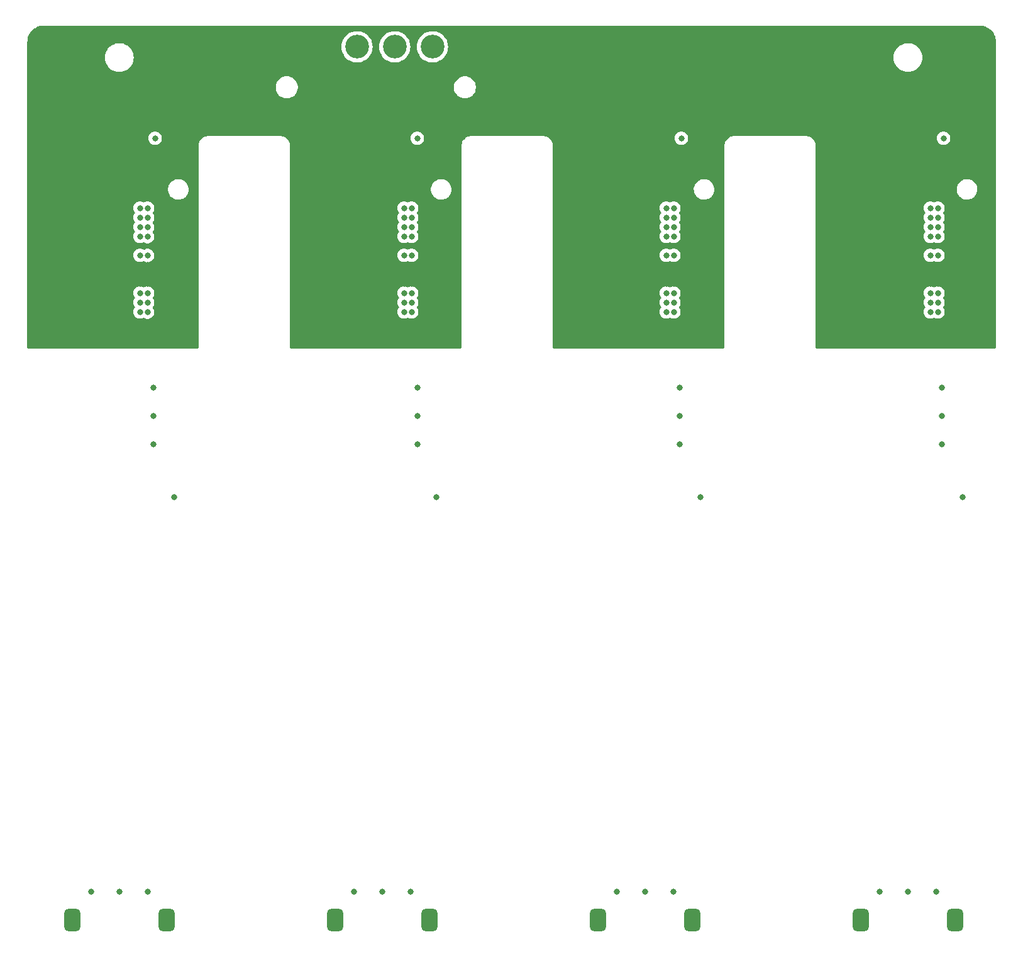
<source format=gbr>
%TF.GenerationSoftware,KiCad,Pcbnew,7.0.9*%
%TF.CreationDate,2024-03-30T19:36:49+01:00*%
%TF.ProjectId,8x-sata-backplane,38782d73-6174-4612-9d62-61636b706c61,rev?*%
%TF.SameCoordinates,Original*%
%TF.FileFunction,Copper,L4,Bot*%
%TF.FilePolarity,Positive*%
%FSLAX46Y46*%
G04 Gerber Fmt 4.6, Leading zero omitted, Abs format (unit mm)*
G04 Created by KiCad (PCBNEW 7.0.9) date 2024-03-30 19:36:49*
%MOMM*%
%LPD*%
G01*
G04 APERTURE LIST*
G04 Aperture macros list*
%AMRoundRect*
0 Rectangle with rounded corners*
0 $1 Rounding radius*
0 $2 $3 $4 $5 $6 $7 $8 $9 X,Y pos of 4 corners*
0 Add a 4 corners polygon primitive as box body*
4,1,4,$2,$3,$4,$5,$6,$7,$8,$9,$2,$3,0*
0 Add four circle primitives for the rounded corners*
1,1,$1+$1,$2,$3*
1,1,$1+$1,$4,$5*
1,1,$1+$1,$6,$7*
1,1,$1+$1,$8,$9*
0 Add four rect primitives between the rounded corners*
20,1,$1+$1,$2,$3,$4,$5,0*
20,1,$1+$1,$4,$5,$6,$7,0*
20,1,$1+$1,$6,$7,$8,$9,0*
20,1,$1+$1,$8,$9,$2,$3,0*%
G04 Aperture macros list end*
%TA.AperFunction,ComponentPad*%
%ADD10C,3.200000*%
%TD*%
%TA.AperFunction,ComponentPad*%
%ADD11RoundRect,0.550000X0.550000X0.950000X-0.550000X0.950000X-0.550000X-0.950000X0.550000X-0.950000X0*%
%TD*%
%TA.AperFunction,ViaPad*%
%ADD12C,0.800000*%
%TD*%
G04 APERTURE END LIST*
D10*
%TO.P,J9,1,12V*%
%TO.N,12V*%
X79502000Y-26554000D03*
%TO.P,J9,2,GND*%
%TO.N,GND*%
X74422000Y-26554000D03*
%TO.P,J9,3,GND*%
X69342000Y-26554000D03*
%TO.P,J9,4,5V*%
%TO.N,5V*%
X64262000Y-26554000D03*
%TD*%
D11*
%TO.P,J6,8,C1*%
%TO.N,GND3*%
X101768000Y-144038000D03*
%TO.P,J6,9,C2*%
X114508000Y-144038000D03*
%TD*%
%TO.P,J4,8,C1*%
%TO.N,GND2*%
X66368000Y-144038000D03*
%TO.P,J4,9,C2*%
X79108000Y-144038000D03*
%TD*%
%TO.P,J8,8,C1*%
%TO.N,GND4*%
X137168000Y-144058000D03*
%TO.P,J8,9,C2*%
X149908000Y-144058000D03*
%TD*%
%TO.P,J2,8,C1*%
%TO.N,GND1*%
X30968000Y-144038000D03*
%TO.P,J2,9,C2*%
X43708000Y-144038000D03*
%TD*%
D12*
%TO.N,5V*%
X38862000Y-36068000D03*
X74168000Y-36068000D03*
X109728000Y-36068000D03*
X145034000Y-36068000D03*
%TO.N,GND*%
X148336000Y-38862000D03*
X113030000Y-38862000D03*
X77470000Y-38862000D03*
X42164000Y-38862000D03*
X40132000Y-54610000D03*
X110998000Y-62230000D03*
X76708000Y-52070000D03*
X75692000Y-52070000D03*
X147574000Y-59690000D03*
X112014000Y-52070000D03*
X40132000Y-60960000D03*
X110998000Y-59690000D03*
X110998000Y-60960000D03*
X76708000Y-60960000D03*
X76708000Y-59690000D03*
X40132000Y-59690000D03*
X146558000Y-52070000D03*
X112014000Y-62230000D03*
X76708000Y-62230000D03*
X75692000Y-59690000D03*
X110998000Y-54610000D03*
X112014000Y-59690000D03*
X147574000Y-52070000D03*
X146558000Y-54610000D03*
X40132000Y-62230000D03*
X41148000Y-60960000D03*
X41148000Y-52096000D03*
X112014000Y-60960000D03*
X147574000Y-60960000D03*
X146558000Y-60960000D03*
X76708000Y-54610000D03*
X146558000Y-62230000D03*
X147574000Y-54610000D03*
X41148000Y-59690000D03*
X75692000Y-62230000D03*
X146558000Y-59690000D03*
X147574000Y-62230000D03*
X75692000Y-54610000D03*
X75692000Y-60960000D03*
X40132000Y-52070000D03*
X110998000Y-52070000D03*
X41148000Y-54636000D03*
X41148000Y-62256000D03*
X112014000Y-54610000D03*
%TO.N,5V*%
X146558000Y-58420000D03*
X110998000Y-57150000D03*
X110998000Y-58420000D03*
X75692000Y-55880000D03*
X41148000Y-58420000D03*
X112014000Y-57150000D03*
X147574000Y-58420000D03*
X76708000Y-58420000D03*
X40132000Y-58420000D03*
X41148000Y-55880000D03*
X147574000Y-57150000D03*
X40132000Y-57150000D03*
X112014000Y-58420000D03*
X76708000Y-55880000D03*
X40132000Y-55880000D03*
X75692000Y-58420000D03*
X146558000Y-57150000D03*
X76708000Y-57150000D03*
X75692000Y-57150000D03*
X146558000Y-55880000D03*
X112014000Y-55880000D03*
X41148000Y-57176000D03*
X147574000Y-55880000D03*
X110998000Y-55880000D03*
%TO.N,12V*%
X147574000Y-48260000D03*
X41148000Y-49530000D03*
X75692000Y-50800000D03*
X147574000Y-50800000D03*
X112014000Y-49530000D03*
X110998000Y-50800000D03*
X40132000Y-49530000D03*
X147574000Y-49530000D03*
X110998000Y-48260000D03*
X110998000Y-49530000D03*
X75692000Y-48260000D03*
X41148000Y-50826000D03*
X76708000Y-48260000D03*
X76708000Y-50800000D03*
X75692000Y-49530000D03*
X146558000Y-50800000D03*
X112014000Y-50800000D03*
X112014000Y-48260000D03*
X40132000Y-48260000D03*
X76708000Y-49530000D03*
X146558000Y-48260000D03*
X146558000Y-49530000D03*
X41148000Y-48260000D03*
X40132000Y-50800000D03*
%TO.N,GND1*%
X37338000Y-140228000D03*
X33528000Y-140228000D03*
X44700500Y-87118500D03*
X41910000Y-72390000D03*
X41910000Y-76200000D03*
X41910000Y-80010000D03*
X41148000Y-140228000D03*
%TO.N,GND2*%
X72738000Y-140228000D03*
X76548000Y-140228000D03*
X77470000Y-72390000D03*
X68928000Y-140228000D03*
X77470000Y-80010000D03*
X80010000Y-87122000D03*
X77470000Y-76200000D03*
%TO.N,GND3*%
X112776000Y-76200000D03*
X104328000Y-140228000D03*
X112776000Y-72390000D03*
X108138000Y-140228000D03*
X111948000Y-140228000D03*
X112776000Y-80010000D03*
X115570000Y-87122000D03*
%TO.N,GND4*%
X148082000Y-80010000D03*
X150876000Y-87122000D03*
X148082000Y-72390000D03*
X143538000Y-140228000D03*
X139728000Y-140228000D03*
X147348000Y-140228000D03*
X148082000Y-76200000D03*
%TD*%
%TA.AperFunction,Conductor*%
%TO.N,5V*%
G36*
X153240788Y-23700613D02*
G01*
X153279656Y-23702964D01*
X153463384Y-23714077D01*
X153470816Y-23714981D01*
X153479307Y-23716537D01*
X153724704Y-23761506D01*
X153731953Y-23763294D01*
X153978382Y-23840084D01*
X153985375Y-23842737D01*
X154220747Y-23948668D01*
X154227374Y-23952145D01*
X154448262Y-24085675D01*
X154454419Y-24089925D01*
X154657593Y-24249101D01*
X154663202Y-24254070D01*
X154845711Y-24436576D01*
X154850680Y-24442185D01*
X155009855Y-24645354D01*
X155014112Y-24651521D01*
X155147638Y-24872396D01*
X155151120Y-24879031D01*
X155257049Y-25114388D01*
X155259706Y-25121395D01*
X155336495Y-25367806D01*
X155338288Y-25375082D01*
X155384816Y-25628957D01*
X155385719Y-25636396D01*
X155401387Y-25895359D01*
X155401500Y-25899104D01*
X155401500Y-67004054D01*
X155381815Y-67071093D01*
X155329011Y-67116848D01*
X155277500Y-67128054D01*
X131224500Y-67128054D01*
X131157461Y-67108369D01*
X131111706Y-67055565D01*
X131100500Y-67004054D01*
X131100500Y-62230000D01*
X145652540Y-62230000D01*
X145672326Y-62418256D01*
X145672327Y-62418259D01*
X145730818Y-62598277D01*
X145730821Y-62598284D01*
X145825467Y-62762216D01*
X145848876Y-62788214D01*
X145952129Y-62902888D01*
X146105265Y-63014148D01*
X146105270Y-63014151D01*
X146278192Y-63091142D01*
X146278197Y-63091144D01*
X146463354Y-63130500D01*
X146463355Y-63130500D01*
X146652644Y-63130500D01*
X146652646Y-63130500D01*
X146837803Y-63091144D01*
X147010730Y-63014151D01*
X147010734Y-63014148D01*
X147015563Y-63011998D01*
X147084813Y-63002712D01*
X147116437Y-63011998D01*
X147121265Y-63014148D01*
X147121270Y-63014151D01*
X147294197Y-63091144D01*
X147479354Y-63130500D01*
X147479355Y-63130500D01*
X147668644Y-63130500D01*
X147668646Y-63130500D01*
X147853803Y-63091144D01*
X148026730Y-63014151D01*
X148179871Y-62902888D01*
X148306533Y-62762216D01*
X148401179Y-62598284D01*
X148459674Y-62418256D01*
X148479460Y-62230000D01*
X148459674Y-62041744D01*
X148401179Y-61861716D01*
X148306533Y-61697784D01*
X148288693Y-61677971D01*
X148258464Y-61614981D01*
X148267089Y-61545646D01*
X148288694Y-61512028D01*
X148306533Y-61492216D01*
X148401179Y-61328284D01*
X148459674Y-61148256D01*
X148479460Y-60960000D01*
X148459674Y-60771744D01*
X148401179Y-60591716D01*
X148306533Y-60427784D01*
X148288693Y-60407971D01*
X148258464Y-60344981D01*
X148267089Y-60275646D01*
X148288694Y-60242028D01*
X148306533Y-60222216D01*
X148401179Y-60058284D01*
X148459674Y-59878256D01*
X148479460Y-59690000D01*
X148459674Y-59501744D01*
X148401179Y-59321716D01*
X148306533Y-59157784D01*
X148179871Y-59017112D01*
X148179870Y-59017111D01*
X148026734Y-58905851D01*
X148026729Y-58905848D01*
X147853807Y-58828857D01*
X147853802Y-58828855D01*
X147708001Y-58797865D01*
X147668646Y-58789500D01*
X147479354Y-58789500D01*
X147446897Y-58796398D01*
X147294197Y-58828855D01*
X147294192Y-58828857D01*
X147116436Y-58908001D01*
X147047186Y-58917286D01*
X147015564Y-58908001D01*
X146837807Y-58828857D01*
X146837802Y-58828855D01*
X146692001Y-58797865D01*
X146652646Y-58789500D01*
X146463354Y-58789500D01*
X146430897Y-58796398D01*
X146278197Y-58828855D01*
X146278192Y-58828857D01*
X146105270Y-58905848D01*
X146105265Y-58905851D01*
X145952129Y-59017111D01*
X145825466Y-59157785D01*
X145730821Y-59321715D01*
X145730818Y-59321722D01*
X145672327Y-59501740D01*
X145672326Y-59501744D01*
X145652540Y-59690000D01*
X145672326Y-59878256D01*
X145672327Y-59878259D01*
X145730818Y-60058277D01*
X145730821Y-60058284D01*
X145825467Y-60222216D01*
X145835806Y-60233699D01*
X145843307Y-60242030D01*
X145873535Y-60305022D01*
X145864909Y-60374357D01*
X145843307Y-60407970D01*
X145825466Y-60427785D01*
X145730821Y-60591715D01*
X145730818Y-60591722D01*
X145672327Y-60771740D01*
X145672326Y-60771744D01*
X145652540Y-60960000D01*
X145672326Y-61148256D01*
X145672327Y-61148259D01*
X145730818Y-61328277D01*
X145730821Y-61328284D01*
X145825467Y-61492216D01*
X145835806Y-61503699D01*
X145843307Y-61512030D01*
X145873535Y-61575022D01*
X145864909Y-61644357D01*
X145843307Y-61677970D01*
X145825466Y-61697785D01*
X145730821Y-61861715D01*
X145730818Y-61861722D01*
X145672327Y-62041740D01*
X145672326Y-62041744D01*
X145652540Y-62230000D01*
X131100500Y-62230000D01*
X131100500Y-54610000D01*
X145652540Y-54610000D01*
X145672326Y-54798256D01*
X145672327Y-54798259D01*
X145730818Y-54978277D01*
X145730821Y-54978284D01*
X145825467Y-55142216D01*
X145848876Y-55168214D01*
X145952129Y-55282888D01*
X146105265Y-55394148D01*
X146105270Y-55394151D01*
X146278192Y-55471142D01*
X146278197Y-55471144D01*
X146463354Y-55510500D01*
X146463355Y-55510500D01*
X146652644Y-55510500D01*
X146652646Y-55510500D01*
X146837803Y-55471144D01*
X147010730Y-55394151D01*
X147010734Y-55394148D01*
X147015563Y-55391998D01*
X147084813Y-55382712D01*
X147116437Y-55391998D01*
X147121265Y-55394148D01*
X147121270Y-55394151D01*
X147294197Y-55471144D01*
X147479354Y-55510500D01*
X147479355Y-55510500D01*
X147668644Y-55510500D01*
X147668646Y-55510500D01*
X147853803Y-55471144D01*
X148026730Y-55394151D01*
X148179871Y-55282888D01*
X148306533Y-55142216D01*
X148401179Y-54978284D01*
X148459674Y-54798256D01*
X148479460Y-54610000D01*
X148459674Y-54421744D01*
X148401179Y-54241716D01*
X148306533Y-54077784D01*
X148179871Y-53937112D01*
X148179870Y-53937111D01*
X148026734Y-53825851D01*
X148026729Y-53825848D01*
X147853807Y-53748857D01*
X147853802Y-53748855D01*
X147708001Y-53717865D01*
X147668646Y-53709500D01*
X147479354Y-53709500D01*
X147446897Y-53716398D01*
X147294197Y-53748855D01*
X147294192Y-53748857D01*
X147116436Y-53828001D01*
X147047186Y-53837286D01*
X147015564Y-53828001D01*
X146837807Y-53748857D01*
X146837802Y-53748855D01*
X146692001Y-53717865D01*
X146652646Y-53709500D01*
X146463354Y-53709500D01*
X146430897Y-53716398D01*
X146278197Y-53748855D01*
X146278192Y-53748857D01*
X146105270Y-53825848D01*
X146105265Y-53825851D01*
X145952129Y-53937111D01*
X145825466Y-54077785D01*
X145730821Y-54241715D01*
X145730818Y-54241722D01*
X145672327Y-54421740D01*
X145672326Y-54421744D01*
X145652540Y-54610000D01*
X131100500Y-54610000D01*
X131100500Y-52070000D01*
X145652540Y-52070000D01*
X145672326Y-52258256D01*
X145672327Y-52258259D01*
X145730818Y-52438277D01*
X145730821Y-52438284D01*
X145825467Y-52602216D01*
X145848876Y-52628214D01*
X145952129Y-52742888D01*
X146105265Y-52854148D01*
X146105270Y-52854151D01*
X146278192Y-52931142D01*
X146278197Y-52931144D01*
X146463354Y-52970500D01*
X146463355Y-52970500D01*
X146652644Y-52970500D01*
X146652646Y-52970500D01*
X146837803Y-52931144D01*
X147010730Y-52854151D01*
X147010734Y-52854148D01*
X147015563Y-52851998D01*
X147084813Y-52842712D01*
X147116437Y-52851998D01*
X147121265Y-52854148D01*
X147121270Y-52854151D01*
X147294197Y-52931144D01*
X147479354Y-52970500D01*
X147479355Y-52970500D01*
X147668644Y-52970500D01*
X147668646Y-52970500D01*
X147853803Y-52931144D01*
X148026730Y-52854151D01*
X148179871Y-52742888D01*
X148306533Y-52602216D01*
X148401179Y-52438284D01*
X148459674Y-52258256D01*
X148479460Y-52070000D01*
X148459674Y-51881744D01*
X148401179Y-51701716D01*
X148306533Y-51537784D01*
X148288693Y-51517971D01*
X148258464Y-51454981D01*
X148267089Y-51385646D01*
X148288694Y-51352028D01*
X148306533Y-51332216D01*
X148401179Y-51168284D01*
X148459674Y-50988256D01*
X148479460Y-50800000D01*
X148459674Y-50611744D01*
X148401179Y-50431716D01*
X148306533Y-50267784D01*
X148288693Y-50247971D01*
X148258464Y-50184981D01*
X148267089Y-50115646D01*
X148288694Y-50082028D01*
X148306533Y-50062216D01*
X148401179Y-49898284D01*
X148459674Y-49718256D01*
X148479460Y-49530000D01*
X148459674Y-49341744D01*
X148401179Y-49161716D01*
X148306533Y-48997784D01*
X148288693Y-48977971D01*
X148258464Y-48914981D01*
X148267089Y-48845646D01*
X148288694Y-48812028D01*
X148306533Y-48792216D01*
X148401179Y-48628284D01*
X148459674Y-48448256D01*
X148479460Y-48260000D01*
X148459674Y-48071744D01*
X148401179Y-47891716D01*
X148306533Y-47727784D01*
X148179871Y-47587112D01*
X148179870Y-47587111D01*
X148026734Y-47475851D01*
X148026729Y-47475848D01*
X147853807Y-47398857D01*
X147853802Y-47398855D01*
X147708001Y-47367865D01*
X147668646Y-47359500D01*
X147479354Y-47359500D01*
X147446897Y-47366398D01*
X147294197Y-47398855D01*
X147294192Y-47398857D01*
X147116436Y-47478001D01*
X147047186Y-47487286D01*
X147015564Y-47478001D01*
X146837807Y-47398857D01*
X146837802Y-47398855D01*
X146692001Y-47367865D01*
X146652646Y-47359500D01*
X146463354Y-47359500D01*
X146430897Y-47366398D01*
X146278197Y-47398855D01*
X146278192Y-47398857D01*
X146105270Y-47475848D01*
X146105265Y-47475851D01*
X145952129Y-47587111D01*
X145825466Y-47727785D01*
X145730821Y-47891715D01*
X145730818Y-47891722D01*
X145672327Y-48071740D01*
X145672326Y-48071744D01*
X145652540Y-48260000D01*
X145672326Y-48448256D01*
X145672327Y-48448259D01*
X145730818Y-48628277D01*
X145730821Y-48628284D01*
X145825467Y-48792216D01*
X145835806Y-48803699D01*
X145843307Y-48812030D01*
X145873535Y-48875022D01*
X145864909Y-48944357D01*
X145843307Y-48977970D01*
X145825466Y-48997785D01*
X145730821Y-49161715D01*
X145730818Y-49161722D01*
X145672327Y-49341740D01*
X145672326Y-49341744D01*
X145652540Y-49530000D01*
X145672326Y-49718256D01*
X145672327Y-49718259D01*
X145730818Y-49898277D01*
X145730821Y-49898284D01*
X145825467Y-50062216D01*
X145835806Y-50073699D01*
X145843307Y-50082030D01*
X145873535Y-50145022D01*
X145864909Y-50214357D01*
X145843307Y-50247970D01*
X145825466Y-50267785D01*
X145730821Y-50431715D01*
X145730818Y-50431722D01*
X145672327Y-50611740D01*
X145672326Y-50611744D01*
X145652540Y-50800000D01*
X145672326Y-50988256D01*
X145672327Y-50988259D01*
X145730818Y-51168277D01*
X145730821Y-51168284D01*
X145825467Y-51332216D01*
X145835806Y-51343699D01*
X145843307Y-51352030D01*
X145873535Y-51415022D01*
X145864909Y-51484357D01*
X145843307Y-51517970D01*
X145825466Y-51537785D01*
X145730821Y-51701715D01*
X145730818Y-51701722D01*
X145672327Y-51881740D01*
X145672326Y-51881744D01*
X145652540Y-52070000D01*
X131100500Y-52070000D01*
X131100500Y-45676198D01*
X150098757Y-45676198D01*
X150108730Y-45910976D01*
X150108730Y-45910982D01*
X150133711Y-46026890D01*
X150158240Y-46140703D01*
X150245859Y-46358753D01*
X150309077Y-46461425D01*
X150369070Y-46558860D01*
X150524325Y-46735264D01*
X150524329Y-46735268D01*
X150707153Y-46882888D01*
X150707157Y-46882891D01*
X150707160Y-46882893D01*
X150912315Y-46997499D01*
X151133887Y-47075785D01*
X151263131Y-47097946D01*
X151365493Y-47115499D01*
X151365502Y-47115500D01*
X151541645Y-47115500D01*
X151717144Y-47100563D01*
X151717147Y-47100562D01*
X151717149Y-47100562D01*
X151944562Y-47041348D01*
X152075386Y-46982211D01*
X152158691Y-46944556D01*
X152158692Y-46944554D01*
X152158697Y-46944553D01*
X152353393Y-46812962D01*
X152523050Y-46650359D01*
X152662786Y-46461423D01*
X152768582Y-46251589D01*
X152837394Y-46026894D01*
X152867243Y-45793802D01*
X152857269Y-45559018D01*
X152807760Y-45329297D01*
X152720141Y-45111247D01*
X152596931Y-44911141D01*
X152441675Y-44734736D01*
X152441674Y-44734735D01*
X152441670Y-44734731D01*
X152258846Y-44587111D01*
X152258840Y-44587107D01*
X152053684Y-44472500D01*
X151832120Y-44394217D01*
X151832115Y-44394215D01*
X151832113Y-44394215D01*
X151832109Y-44394214D01*
X151832108Y-44394214D01*
X151600506Y-44354500D01*
X151600498Y-44354500D01*
X151424360Y-44354500D01*
X151424355Y-44354500D01*
X151248855Y-44369436D01*
X151021438Y-44428651D01*
X150807308Y-44525443D01*
X150807300Y-44525448D01*
X150612616Y-44657030D01*
X150612607Y-44657038D01*
X150442949Y-44819642D01*
X150303216Y-45008574D01*
X150303213Y-45008578D01*
X150197418Y-45218409D01*
X150128605Y-45443109D01*
X150098757Y-45676198D01*
X131100500Y-45676198D01*
X131100500Y-39759648D01*
X131068477Y-39557465D01*
X131005218Y-39362776D01*
X130937709Y-39230284D01*
X130912287Y-39180390D01*
X130899289Y-39162500D01*
X130791971Y-39014786D01*
X130647213Y-38870028D01*
X130636163Y-38862000D01*
X147430540Y-38862000D01*
X147450326Y-39050256D01*
X147450327Y-39050259D01*
X147508818Y-39230277D01*
X147508821Y-39230284D01*
X147603467Y-39394216D01*
X147674746Y-39473379D01*
X147730129Y-39534888D01*
X147883265Y-39646148D01*
X147883270Y-39646151D01*
X148056192Y-39723142D01*
X148056197Y-39723144D01*
X148241354Y-39762500D01*
X148241355Y-39762500D01*
X148430644Y-39762500D01*
X148430646Y-39762500D01*
X148615803Y-39723144D01*
X148788730Y-39646151D01*
X148941871Y-39534888D01*
X149068533Y-39394216D01*
X149163179Y-39230284D01*
X149221674Y-39050256D01*
X149241460Y-38862000D01*
X149221674Y-38673744D01*
X149163179Y-38493716D01*
X149068533Y-38329784D01*
X148941871Y-38189112D01*
X148941870Y-38189111D01*
X148788734Y-38077851D01*
X148788729Y-38077848D01*
X148615807Y-38000857D01*
X148615802Y-38000855D01*
X148470001Y-37969865D01*
X148430646Y-37961500D01*
X148241354Y-37961500D01*
X148208897Y-37968398D01*
X148056197Y-38000855D01*
X148056192Y-38000857D01*
X147883270Y-38077848D01*
X147883265Y-38077851D01*
X147730129Y-38189111D01*
X147603466Y-38329785D01*
X147508821Y-38493715D01*
X147508818Y-38493722D01*
X147450327Y-38673740D01*
X147450326Y-38673744D01*
X147430540Y-38862000D01*
X130636163Y-38862000D01*
X130481613Y-38749715D01*
X130481612Y-38749714D01*
X130481610Y-38749713D01*
X130424653Y-38720691D01*
X130299223Y-38656781D01*
X130104534Y-38593522D01*
X129929995Y-38565878D01*
X129902352Y-38561500D01*
X129856173Y-38561500D01*
X120181595Y-38561500D01*
X120134000Y-38561500D01*
X120031648Y-38561500D01*
X120007329Y-38565351D01*
X119829465Y-38593522D01*
X119634776Y-38656781D01*
X119452386Y-38749715D01*
X119286786Y-38870028D01*
X119142028Y-39014786D01*
X119021715Y-39180386D01*
X118928781Y-39362776D01*
X118865522Y-39557465D01*
X118833500Y-39759648D01*
X118833500Y-67004054D01*
X118813815Y-67071093D01*
X118761011Y-67116848D01*
X118709500Y-67128054D01*
X95824500Y-67128054D01*
X95757461Y-67108369D01*
X95711706Y-67055565D01*
X95700500Y-67004054D01*
X95700500Y-62230000D01*
X110092540Y-62230000D01*
X110112326Y-62418256D01*
X110112327Y-62418259D01*
X110170818Y-62598277D01*
X110170821Y-62598284D01*
X110265467Y-62762216D01*
X110288876Y-62788214D01*
X110392129Y-62902888D01*
X110545265Y-63014148D01*
X110545270Y-63014151D01*
X110718192Y-63091142D01*
X110718197Y-63091144D01*
X110903354Y-63130500D01*
X110903355Y-63130500D01*
X111092644Y-63130500D01*
X111092646Y-63130500D01*
X111277803Y-63091144D01*
X111450730Y-63014151D01*
X111450734Y-63014148D01*
X111455563Y-63011998D01*
X111524813Y-63002712D01*
X111556437Y-63011998D01*
X111561265Y-63014148D01*
X111561270Y-63014151D01*
X111734197Y-63091144D01*
X111919354Y-63130500D01*
X111919355Y-63130500D01*
X112108644Y-63130500D01*
X112108646Y-63130500D01*
X112293803Y-63091144D01*
X112466730Y-63014151D01*
X112619871Y-62902888D01*
X112746533Y-62762216D01*
X112841179Y-62598284D01*
X112899674Y-62418256D01*
X112919460Y-62230000D01*
X112899674Y-62041744D01*
X112841179Y-61861716D01*
X112746533Y-61697784D01*
X112728693Y-61677971D01*
X112698464Y-61614981D01*
X112707089Y-61545646D01*
X112728694Y-61512028D01*
X112746533Y-61492216D01*
X112841179Y-61328284D01*
X112899674Y-61148256D01*
X112919460Y-60960000D01*
X112899674Y-60771744D01*
X112841179Y-60591716D01*
X112746533Y-60427784D01*
X112728693Y-60407971D01*
X112698464Y-60344981D01*
X112707089Y-60275646D01*
X112728694Y-60242028D01*
X112746533Y-60222216D01*
X112841179Y-60058284D01*
X112899674Y-59878256D01*
X112919460Y-59690000D01*
X112899674Y-59501744D01*
X112841179Y-59321716D01*
X112746533Y-59157784D01*
X112619871Y-59017112D01*
X112619870Y-59017111D01*
X112466734Y-58905851D01*
X112466729Y-58905848D01*
X112293807Y-58828857D01*
X112293802Y-58828855D01*
X112148001Y-58797865D01*
X112108646Y-58789500D01*
X111919354Y-58789500D01*
X111886897Y-58796398D01*
X111734197Y-58828855D01*
X111734192Y-58828857D01*
X111556436Y-58908001D01*
X111487186Y-58917286D01*
X111455564Y-58908001D01*
X111277807Y-58828857D01*
X111277802Y-58828855D01*
X111132001Y-58797865D01*
X111092646Y-58789500D01*
X110903354Y-58789500D01*
X110870897Y-58796398D01*
X110718197Y-58828855D01*
X110718192Y-58828857D01*
X110545270Y-58905848D01*
X110545265Y-58905851D01*
X110392129Y-59017111D01*
X110265466Y-59157785D01*
X110170821Y-59321715D01*
X110170818Y-59321722D01*
X110112327Y-59501740D01*
X110112326Y-59501744D01*
X110092540Y-59690000D01*
X110112326Y-59878256D01*
X110112327Y-59878259D01*
X110170818Y-60058277D01*
X110170821Y-60058284D01*
X110265467Y-60222216D01*
X110275806Y-60233699D01*
X110283307Y-60242030D01*
X110313535Y-60305022D01*
X110304909Y-60374357D01*
X110283307Y-60407970D01*
X110265466Y-60427785D01*
X110170821Y-60591715D01*
X110170818Y-60591722D01*
X110112327Y-60771740D01*
X110112326Y-60771744D01*
X110092540Y-60960000D01*
X110112326Y-61148256D01*
X110112327Y-61148259D01*
X110170818Y-61328277D01*
X110170821Y-61328284D01*
X110265467Y-61492216D01*
X110275806Y-61503699D01*
X110283307Y-61512030D01*
X110313535Y-61575022D01*
X110304909Y-61644357D01*
X110283307Y-61677970D01*
X110265466Y-61697785D01*
X110170821Y-61861715D01*
X110170818Y-61861722D01*
X110112327Y-62041740D01*
X110112326Y-62041744D01*
X110092540Y-62230000D01*
X95700500Y-62230000D01*
X95700500Y-54610000D01*
X110092540Y-54610000D01*
X110112326Y-54798256D01*
X110112327Y-54798259D01*
X110170818Y-54978277D01*
X110170821Y-54978284D01*
X110265467Y-55142216D01*
X110288876Y-55168214D01*
X110392129Y-55282888D01*
X110545265Y-55394148D01*
X110545270Y-55394151D01*
X110718192Y-55471142D01*
X110718197Y-55471144D01*
X110903354Y-55510500D01*
X110903355Y-55510500D01*
X111092644Y-55510500D01*
X111092646Y-55510500D01*
X111277803Y-55471144D01*
X111450730Y-55394151D01*
X111450734Y-55394148D01*
X111455563Y-55391998D01*
X111524813Y-55382712D01*
X111556437Y-55391998D01*
X111561265Y-55394148D01*
X111561270Y-55394151D01*
X111734197Y-55471144D01*
X111919354Y-55510500D01*
X111919355Y-55510500D01*
X112108644Y-55510500D01*
X112108646Y-55510500D01*
X112293803Y-55471144D01*
X112466730Y-55394151D01*
X112619871Y-55282888D01*
X112746533Y-55142216D01*
X112841179Y-54978284D01*
X112899674Y-54798256D01*
X112919460Y-54610000D01*
X112899674Y-54421744D01*
X112841179Y-54241716D01*
X112746533Y-54077784D01*
X112619871Y-53937112D01*
X112619870Y-53937111D01*
X112466734Y-53825851D01*
X112466729Y-53825848D01*
X112293807Y-53748857D01*
X112293802Y-53748855D01*
X112148001Y-53717865D01*
X112108646Y-53709500D01*
X111919354Y-53709500D01*
X111886897Y-53716398D01*
X111734197Y-53748855D01*
X111734192Y-53748857D01*
X111556436Y-53828001D01*
X111487186Y-53837286D01*
X111455564Y-53828001D01*
X111277807Y-53748857D01*
X111277802Y-53748855D01*
X111132001Y-53717865D01*
X111092646Y-53709500D01*
X110903354Y-53709500D01*
X110870897Y-53716398D01*
X110718197Y-53748855D01*
X110718192Y-53748857D01*
X110545270Y-53825848D01*
X110545265Y-53825851D01*
X110392129Y-53937111D01*
X110265466Y-54077785D01*
X110170821Y-54241715D01*
X110170818Y-54241722D01*
X110112327Y-54421740D01*
X110112326Y-54421744D01*
X110092540Y-54610000D01*
X95700500Y-54610000D01*
X95700500Y-52070000D01*
X110092540Y-52070000D01*
X110112326Y-52258256D01*
X110112327Y-52258259D01*
X110170818Y-52438277D01*
X110170821Y-52438284D01*
X110265467Y-52602216D01*
X110288876Y-52628214D01*
X110392129Y-52742888D01*
X110545265Y-52854148D01*
X110545270Y-52854151D01*
X110718192Y-52931142D01*
X110718197Y-52931144D01*
X110903354Y-52970500D01*
X110903355Y-52970500D01*
X111092644Y-52970500D01*
X111092646Y-52970500D01*
X111277803Y-52931144D01*
X111450730Y-52854151D01*
X111450734Y-52854148D01*
X111455563Y-52851998D01*
X111524813Y-52842712D01*
X111556437Y-52851998D01*
X111561265Y-52854148D01*
X111561270Y-52854151D01*
X111734197Y-52931144D01*
X111919354Y-52970500D01*
X111919355Y-52970500D01*
X112108644Y-52970500D01*
X112108646Y-52970500D01*
X112293803Y-52931144D01*
X112466730Y-52854151D01*
X112619871Y-52742888D01*
X112746533Y-52602216D01*
X112841179Y-52438284D01*
X112899674Y-52258256D01*
X112919460Y-52070000D01*
X112899674Y-51881744D01*
X112841179Y-51701716D01*
X112746533Y-51537784D01*
X112728693Y-51517971D01*
X112698464Y-51454981D01*
X112707089Y-51385646D01*
X112728694Y-51352028D01*
X112746533Y-51332216D01*
X112841179Y-51168284D01*
X112899674Y-50988256D01*
X112919460Y-50800000D01*
X112899674Y-50611744D01*
X112841179Y-50431716D01*
X112746533Y-50267784D01*
X112728693Y-50247971D01*
X112698464Y-50184981D01*
X112707089Y-50115646D01*
X112728694Y-50082028D01*
X112746533Y-50062216D01*
X112841179Y-49898284D01*
X112899674Y-49718256D01*
X112919460Y-49530000D01*
X112899674Y-49341744D01*
X112841179Y-49161716D01*
X112746533Y-48997784D01*
X112728693Y-48977971D01*
X112698464Y-48914981D01*
X112707089Y-48845646D01*
X112728694Y-48812028D01*
X112746533Y-48792216D01*
X112841179Y-48628284D01*
X112899674Y-48448256D01*
X112919460Y-48260000D01*
X112899674Y-48071744D01*
X112841179Y-47891716D01*
X112746533Y-47727784D01*
X112619871Y-47587112D01*
X112619870Y-47587111D01*
X112466734Y-47475851D01*
X112466729Y-47475848D01*
X112293807Y-47398857D01*
X112293802Y-47398855D01*
X112148001Y-47367865D01*
X112108646Y-47359500D01*
X111919354Y-47359500D01*
X111886897Y-47366398D01*
X111734197Y-47398855D01*
X111734192Y-47398857D01*
X111556436Y-47478001D01*
X111487186Y-47487286D01*
X111455564Y-47478001D01*
X111277807Y-47398857D01*
X111277802Y-47398855D01*
X111132001Y-47367865D01*
X111092646Y-47359500D01*
X110903354Y-47359500D01*
X110870897Y-47366398D01*
X110718197Y-47398855D01*
X110718192Y-47398857D01*
X110545270Y-47475848D01*
X110545265Y-47475851D01*
X110392129Y-47587111D01*
X110265466Y-47727785D01*
X110170821Y-47891715D01*
X110170818Y-47891722D01*
X110112327Y-48071740D01*
X110112326Y-48071744D01*
X110092540Y-48260000D01*
X110112326Y-48448256D01*
X110112327Y-48448259D01*
X110170818Y-48628277D01*
X110170821Y-48628284D01*
X110265467Y-48792216D01*
X110275806Y-48803699D01*
X110283307Y-48812030D01*
X110313535Y-48875022D01*
X110304909Y-48944357D01*
X110283307Y-48977970D01*
X110265466Y-48997785D01*
X110170821Y-49161715D01*
X110170818Y-49161722D01*
X110112327Y-49341740D01*
X110112326Y-49341744D01*
X110092540Y-49530000D01*
X110112326Y-49718256D01*
X110112327Y-49718259D01*
X110170818Y-49898277D01*
X110170821Y-49898284D01*
X110265467Y-50062216D01*
X110275806Y-50073699D01*
X110283307Y-50082030D01*
X110313535Y-50145022D01*
X110304909Y-50214357D01*
X110283307Y-50247970D01*
X110265466Y-50267785D01*
X110170821Y-50431715D01*
X110170818Y-50431722D01*
X110112327Y-50611740D01*
X110112326Y-50611744D01*
X110092540Y-50800000D01*
X110112326Y-50988256D01*
X110112327Y-50988259D01*
X110170818Y-51168277D01*
X110170821Y-51168284D01*
X110265467Y-51332216D01*
X110275806Y-51343699D01*
X110283307Y-51352030D01*
X110313535Y-51415022D01*
X110304909Y-51484357D01*
X110283307Y-51517970D01*
X110265466Y-51537785D01*
X110170821Y-51701715D01*
X110170818Y-51701722D01*
X110112327Y-51881740D01*
X110112326Y-51881744D01*
X110092540Y-52070000D01*
X95700500Y-52070000D01*
X95700500Y-45676198D01*
X114698757Y-45676198D01*
X114708730Y-45910976D01*
X114708730Y-45910982D01*
X114733711Y-46026890D01*
X114758240Y-46140703D01*
X114845859Y-46358753D01*
X114909077Y-46461425D01*
X114969070Y-46558860D01*
X115124325Y-46735264D01*
X115124329Y-46735268D01*
X115307153Y-46882888D01*
X115307157Y-46882891D01*
X115307160Y-46882893D01*
X115512315Y-46997499D01*
X115733887Y-47075785D01*
X115863131Y-47097946D01*
X115965493Y-47115499D01*
X115965502Y-47115500D01*
X116141645Y-47115500D01*
X116317144Y-47100563D01*
X116317147Y-47100562D01*
X116317149Y-47100562D01*
X116544562Y-47041348D01*
X116675386Y-46982211D01*
X116758691Y-46944556D01*
X116758692Y-46944554D01*
X116758697Y-46944553D01*
X116953393Y-46812962D01*
X117123050Y-46650359D01*
X117262786Y-46461423D01*
X117368582Y-46251589D01*
X117437394Y-46026894D01*
X117467243Y-45793802D01*
X117457269Y-45559018D01*
X117407760Y-45329297D01*
X117320141Y-45111247D01*
X117196931Y-44911141D01*
X117041675Y-44734736D01*
X117041674Y-44734735D01*
X117041670Y-44734731D01*
X116858846Y-44587111D01*
X116858840Y-44587107D01*
X116653684Y-44472500D01*
X116432120Y-44394217D01*
X116432115Y-44394215D01*
X116432113Y-44394215D01*
X116432109Y-44394214D01*
X116432108Y-44394214D01*
X116200506Y-44354500D01*
X116200498Y-44354500D01*
X116024360Y-44354500D01*
X116024355Y-44354500D01*
X115848855Y-44369436D01*
X115621438Y-44428651D01*
X115407308Y-44525443D01*
X115407300Y-44525448D01*
X115212616Y-44657030D01*
X115212607Y-44657038D01*
X115042949Y-44819642D01*
X114903216Y-45008574D01*
X114903213Y-45008578D01*
X114797418Y-45218409D01*
X114728605Y-45443109D01*
X114698757Y-45676198D01*
X95700500Y-45676198D01*
X95700500Y-39759648D01*
X95668477Y-39557465D01*
X95605218Y-39362776D01*
X95537709Y-39230284D01*
X95512287Y-39180390D01*
X95499289Y-39162500D01*
X95391971Y-39014786D01*
X95247213Y-38870028D01*
X95236163Y-38862000D01*
X112124540Y-38862000D01*
X112144326Y-39050256D01*
X112144327Y-39050259D01*
X112202818Y-39230277D01*
X112202821Y-39230284D01*
X112297467Y-39394216D01*
X112368746Y-39473379D01*
X112424129Y-39534888D01*
X112577265Y-39646148D01*
X112577270Y-39646151D01*
X112750192Y-39723142D01*
X112750197Y-39723144D01*
X112935354Y-39762500D01*
X112935355Y-39762500D01*
X113124644Y-39762500D01*
X113124646Y-39762500D01*
X113309803Y-39723144D01*
X113482730Y-39646151D01*
X113635871Y-39534888D01*
X113762533Y-39394216D01*
X113857179Y-39230284D01*
X113915674Y-39050256D01*
X113935460Y-38862000D01*
X113915674Y-38673744D01*
X113857179Y-38493716D01*
X113762533Y-38329784D01*
X113635871Y-38189112D01*
X113635870Y-38189111D01*
X113482734Y-38077851D01*
X113482729Y-38077848D01*
X113309807Y-38000857D01*
X113309802Y-38000855D01*
X113164001Y-37969865D01*
X113124646Y-37961500D01*
X112935354Y-37961500D01*
X112902897Y-37968398D01*
X112750197Y-38000855D01*
X112750192Y-38000857D01*
X112577270Y-38077848D01*
X112577265Y-38077851D01*
X112424129Y-38189111D01*
X112297466Y-38329785D01*
X112202821Y-38493715D01*
X112202818Y-38493722D01*
X112144327Y-38673740D01*
X112144326Y-38673744D01*
X112124540Y-38862000D01*
X95236163Y-38862000D01*
X95081613Y-38749715D01*
X95081612Y-38749714D01*
X95081610Y-38749713D01*
X95024653Y-38720691D01*
X94899223Y-38656781D01*
X94704534Y-38593522D01*
X94529995Y-38565878D01*
X94502352Y-38561500D01*
X94456173Y-38561500D01*
X84781595Y-38561500D01*
X84734000Y-38561500D01*
X84631648Y-38561500D01*
X84607329Y-38565351D01*
X84429465Y-38593522D01*
X84234776Y-38656781D01*
X84052386Y-38749715D01*
X83886786Y-38870028D01*
X83742028Y-39014786D01*
X83621715Y-39180386D01*
X83528781Y-39362776D01*
X83465522Y-39557465D01*
X83433500Y-39759648D01*
X83433500Y-67004054D01*
X83413815Y-67071093D01*
X83361011Y-67116848D01*
X83309500Y-67128054D01*
X60424500Y-67128054D01*
X60357461Y-67108369D01*
X60311706Y-67055565D01*
X60300500Y-67004054D01*
X60300500Y-62230000D01*
X74786540Y-62230000D01*
X74806326Y-62418256D01*
X74806327Y-62418259D01*
X74864818Y-62598277D01*
X74864821Y-62598284D01*
X74959467Y-62762216D01*
X74982876Y-62788214D01*
X75086129Y-62902888D01*
X75239265Y-63014148D01*
X75239270Y-63014151D01*
X75412192Y-63091142D01*
X75412197Y-63091144D01*
X75597354Y-63130500D01*
X75597355Y-63130500D01*
X75786644Y-63130500D01*
X75786646Y-63130500D01*
X75971803Y-63091144D01*
X76144730Y-63014151D01*
X76144734Y-63014148D01*
X76149563Y-63011998D01*
X76218813Y-63002712D01*
X76250437Y-63011998D01*
X76255265Y-63014148D01*
X76255270Y-63014151D01*
X76428197Y-63091144D01*
X76613354Y-63130500D01*
X76613355Y-63130500D01*
X76802644Y-63130500D01*
X76802646Y-63130500D01*
X76987803Y-63091144D01*
X77160730Y-63014151D01*
X77313871Y-62902888D01*
X77440533Y-62762216D01*
X77535179Y-62598284D01*
X77593674Y-62418256D01*
X77613460Y-62230000D01*
X77593674Y-62041744D01*
X77535179Y-61861716D01*
X77440533Y-61697784D01*
X77422693Y-61677971D01*
X77392464Y-61614981D01*
X77401089Y-61545646D01*
X77422694Y-61512028D01*
X77440533Y-61492216D01*
X77535179Y-61328284D01*
X77593674Y-61148256D01*
X77613460Y-60960000D01*
X77593674Y-60771744D01*
X77535179Y-60591716D01*
X77440533Y-60427784D01*
X77422693Y-60407971D01*
X77392464Y-60344981D01*
X77401089Y-60275646D01*
X77422694Y-60242028D01*
X77440533Y-60222216D01*
X77535179Y-60058284D01*
X77593674Y-59878256D01*
X77613460Y-59690000D01*
X77593674Y-59501744D01*
X77535179Y-59321716D01*
X77440533Y-59157784D01*
X77313871Y-59017112D01*
X77313870Y-59017111D01*
X77160734Y-58905851D01*
X77160729Y-58905848D01*
X76987807Y-58828857D01*
X76987802Y-58828855D01*
X76842001Y-58797865D01*
X76802646Y-58789500D01*
X76613354Y-58789500D01*
X76580897Y-58796398D01*
X76428197Y-58828855D01*
X76428192Y-58828857D01*
X76250436Y-58908001D01*
X76181186Y-58917286D01*
X76149564Y-58908001D01*
X75971807Y-58828857D01*
X75971802Y-58828855D01*
X75826001Y-58797865D01*
X75786646Y-58789500D01*
X75597354Y-58789500D01*
X75564897Y-58796398D01*
X75412197Y-58828855D01*
X75412192Y-58828857D01*
X75239270Y-58905848D01*
X75239265Y-58905851D01*
X75086129Y-59017111D01*
X74959466Y-59157785D01*
X74864821Y-59321715D01*
X74864818Y-59321722D01*
X74806327Y-59501740D01*
X74806326Y-59501744D01*
X74786540Y-59690000D01*
X74806326Y-59878256D01*
X74806327Y-59878259D01*
X74864818Y-60058277D01*
X74864821Y-60058284D01*
X74959467Y-60222216D01*
X74969806Y-60233699D01*
X74977307Y-60242030D01*
X75007535Y-60305022D01*
X74998909Y-60374357D01*
X74977307Y-60407970D01*
X74959466Y-60427785D01*
X74864821Y-60591715D01*
X74864818Y-60591722D01*
X74806327Y-60771740D01*
X74806326Y-60771744D01*
X74786540Y-60960000D01*
X74806326Y-61148256D01*
X74806327Y-61148259D01*
X74864818Y-61328277D01*
X74864821Y-61328284D01*
X74959467Y-61492216D01*
X74969806Y-61503699D01*
X74977307Y-61512030D01*
X75007535Y-61575022D01*
X74998909Y-61644357D01*
X74977307Y-61677970D01*
X74959466Y-61697785D01*
X74864821Y-61861715D01*
X74864818Y-61861722D01*
X74806327Y-62041740D01*
X74806326Y-62041744D01*
X74786540Y-62230000D01*
X60300500Y-62230000D01*
X60300500Y-54610000D01*
X74786540Y-54610000D01*
X74806326Y-54798256D01*
X74806327Y-54798259D01*
X74864818Y-54978277D01*
X74864821Y-54978284D01*
X74959467Y-55142216D01*
X74982876Y-55168214D01*
X75086129Y-55282888D01*
X75239265Y-55394148D01*
X75239270Y-55394151D01*
X75412192Y-55471142D01*
X75412197Y-55471144D01*
X75597354Y-55510500D01*
X75597355Y-55510500D01*
X75786644Y-55510500D01*
X75786646Y-55510500D01*
X75971803Y-55471144D01*
X76144730Y-55394151D01*
X76144734Y-55394148D01*
X76149563Y-55391998D01*
X76218813Y-55382712D01*
X76250437Y-55391998D01*
X76255265Y-55394148D01*
X76255270Y-55394151D01*
X76428197Y-55471144D01*
X76613354Y-55510500D01*
X76613355Y-55510500D01*
X76802644Y-55510500D01*
X76802646Y-55510500D01*
X76987803Y-55471144D01*
X77160730Y-55394151D01*
X77313871Y-55282888D01*
X77440533Y-55142216D01*
X77535179Y-54978284D01*
X77593674Y-54798256D01*
X77613460Y-54610000D01*
X77593674Y-54421744D01*
X77535179Y-54241716D01*
X77440533Y-54077784D01*
X77313871Y-53937112D01*
X77313870Y-53937111D01*
X77160734Y-53825851D01*
X77160729Y-53825848D01*
X76987807Y-53748857D01*
X76987802Y-53748855D01*
X76842001Y-53717865D01*
X76802646Y-53709500D01*
X76613354Y-53709500D01*
X76580897Y-53716398D01*
X76428197Y-53748855D01*
X76428192Y-53748857D01*
X76250436Y-53828001D01*
X76181186Y-53837286D01*
X76149564Y-53828001D01*
X75971807Y-53748857D01*
X75971802Y-53748855D01*
X75826001Y-53717865D01*
X75786646Y-53709500D01*
X75597354Y-53709500D01*
X75564897Y-53716398D01*
X75412197Y-53748855D01*
X75412192Y-53748857D01*
X75239270Y-53825848D01*
X75239265Y-53825851D01*
X75086129Y-53937111D01*
X74959466Y-54077785D01*
X74864821Y-54241715D01*
X74864818Y-54241722D01*
X74806327Y-54421740D01*
X74806326Y-54421744D01*
X74786540Y-54610000D01*
X60300500Y-54610000D01*
X60300500Y-52070000D01*
X74786540Y-52070000D01*
X74806326Y-52258256D01*
X74806327Y-52258259D01*
X74864818Y-52438277D01*
X74864821Y-52438284D01*
X74959467Y-52602216D01*
X74982876Y-52628214D01*
X75086129Y-52742888D01*
X75239265Y-52854148D01*
X75239270Y-52854151D01*
X75412192Y-52931142D01*
X75412197Y-52931144D01*
X75597354Y-52970500D01*
X75597355Y-52970500D01*
X75786644Y-52970500D01*
X75786646Y-52970500D01*
X75971803Y-52931144D01*
X76144730Y-52854151D01*
X76144734Y-52854148D01*
X76149563Y-52851998D01*
X76218813Y-52842712D01*
X76250437Y-52851998D01*
X76255265Y-52854148D01*
X76255270Y-52854151D01*
X76428197Y-52931144D01*
X76613354Y-52970500D01*
X76613355Y-52970500D01*
X76802644Y-52970500D01*
X76802646Y-52970500D01*
X76987803Y-52931144D01*
X77160730Y-52854151D01*
X77313871Y-52742888D01*
X77440533Y-52602216D01*
X77535179Y-52438284D01*
X77593674Y-52258256D01*
X77613460Y-52070000D01*
X77593674Y-51881744D01*
X77535179Y-51701716D01*
X77440533Y-51537784D01*
X77422693Y-51517971D01*
X77392464Y-51454981D01*
X77401089Y-51385646D01*
X77422694Y-51352028D01*
X77440533Y-51332216D01*
X77535179Y-51168284D01*
X77593674Y-50988256D01*
X77613460Y-50800000D01*
X77593674Y-50611744D01*
X77535179Y-50431716D01*
X77440533Y-50267784D01*
X77422693Y-50247971D01*
X77392464Y-50184981D01*
X77401089Y-50115646D01*
X77422694Y-50082028D01*
X77440533Y-50062216D01*
X77535179Y-49898284D01*
X77593674Y-49718256D01*
X77613460Y-49530000D01*
X77593674Y-49341744D01*
X77535179Y-49161716D01*
X77440533Y-48997784D01*
X77422693Y-48977971D01*
X77392464Y-48914981D01*
X77401089Y-48845646D01*
X77422694Y-48812028D01*
X77440533Y-48792216D01*
X77535179Y-48628284D01*
X77593674Y-48448256D01*
X77613460Y-48260000D01*
X77593674Y-48071744D01*
X77535179Y-47891716D01*
X77440533Y-47727784D01*
X77313871Y-47587112D01*
X77313870Y-47587111D01*
X77160734Y-47475851D01*
X77160729Y-47475848D01*
X76987807Y-47398857D01*
X76987802Y-47398855D01*
X76842001Y-47367865D01*
X76802646Y-47359500D01*
X76613354Y-47359500D01*
X76580897Y-47366398D01*
X76428197Y-47398855D01*
X76428192Y-47398857D01*
X76250436Y-47478001D01*
X76181186Y-47487286D01*
X76149564Y-47478001D01*
X75971807Y-47398857D01*
X75971802Y-47398855D01*
X75826001Y-47367865D01*
X75786646Y-47359500D01*
X75597354Y-47359500D01*
X75564897Y-47366398D01*
X75412197Y-47398855D01*
X75412192Y-47398857D01*
X75239270Y-47475848D01*
X75239265Y-47475851D01*
X75086129Y-47587111D01*
X74959466Y-47727785D01*
X74864821Y-47891715D01*
X74864818Y-47891722D01*
X74806327Y-48071740D01*
X74806326Y-48071744D01*
X74786540Y-48260000D01*
X74806326Y-48448256D01*
X74806327Y-48448259D01*
X74864818Y-48628277D01*
X74864821Y-48628284D01*
X74959467Y-48792216D01*
X74969806Y-48803699D01*
X74977307Y-48812030D01*
X75007535Y-48875022D01*
X74998909Y-48944357D01*
X74977307Y-48977970D01*
X74959466Y-48997785D01*
X74864821Y-49161715D01*
X74864818Y-49161722D01*
X74806327Y-49341740D01*
X74806326Y-49341744D01*
X74786540Y-49530000D01*
X74806326Y-49718256D01*
X74806327Y-49718259D01*
X74864818Y-49898277D01*
X74864821Y-49898284D01*
X74959467Y-50062216D01*
X74969806Y-50073699D01*
X74977307Y-50082030D01*
X75007535Y-50145022D01*
X74998909Y-50214357D01*
X74977307Y-50247970D01*
X74959466Y-50267785D01*
X74864821Y-50431715D01*
X74864818Y-50431722D01*
X74806327Y-50611740D01*
X74806326Y-50611744D01*
X74786540Y-50800000D01*
X74806326Y-50988256D01*
X74806327Y-50988259D01*
X74864818Y-51168277D01*
X74864821Y-51168284D01*
X74959467Y-51332216D01*
X74969806Y-51343699D01*
X74977307Y-51352030D01*
X75007535Y-51415022D01*
X74998909Y-51484357D01*
X74977307Y-51517970D01*
X74959466Y-51537785D01*
X74864821Y-51701715D01*
X74864818Y-51701722D01*
X74806327Y-51881740D01*
X74806326Y-51881744D01*
X74786540Y-52070000D01*
X60300500Y-52070000D01*
X60300500Y-45676198D01*
X79298757Y-45676198D01*
X79308730Y-45910976D01*
X79308730Y-45910982D01*
X79333711Y-46026890D01*
X79358240Y-46140703D01*
X79445859Y-46358753D01*
X79509077Y-46461425D01*
X79569070Y-46558860D01*
X79724325Y-46735264D01*
X79724329Y-46735268D01*
X79907153Y-46882888D01*
X79907157Y-46882891D01*
X79907160Y-46882893D01*
X80112315Y-46997499D01*
X80333887Y-47075785D01*
X80463131Y-47097946D01*
X80565493Y-47115499D01*
X80565502Y-47115500D01*
X80741645Y-47115500D01*
X80917144Y-47100563D01*
X80917147Y-47100562D01*
X80917149Y-47100562D01*
X81144562Y-47041348D01*
X81275386Y-46982211D01*
X81358691Y-46944556D01*
X81358692Y-46944554D01*
X81358697Y-46944553D01*
X81553393Y-46812962D01*
X81723050Y-46650359D01*
X81862786Y-46461423D01*
X81968582Y-46251589D01*
X82037394Y-46026894D01*
X82067243Y-45793802D01*
X82057269Y-45559018D01*
X82007760Y-45329297D01*
X81920141Y-45111247D01*
X81796931Y-44911141D01*
X81641675Y-44734736D01*
X81641674Y-44734735D01*
X81641670Y-44734731D01*
X81458846Y-44587111D01*
X81458840Y-44587107D01*
X81253684Y-44472500D01*
X81032120Y-44394217D01*
X81032115Y-44394215D01*
X81032113Y-44394215D01*
X81032109Y-44394214D01*
X81032108Y-44394214D01*
X80800506Y-44354500D01*
X80800498Y-44354500D01*
X80624360Y-44354500D01*
X80624355Y-44354500D01*
X80448855Y-44369436D01*
X80221438Y-44428651D01*
X80007308Y-44525443D01*
X80007300Y-44525448D01*
X79812616Y-44657030D01*
X79812607Y-44657038D01*
X79642949Y-44819642D01*
X79503216Y-45008574D01*
X79503213Y-45008578D01*
X79397418Y-45218409D01*
X79328605Y-45443109D01*
X79298757Y-45676198D01*
X60300500Y-45676198D01*
X60300500Y-39759648D01*
X60268477Y-39557465D01*
X60205218Y-39362776D01*
X60137709Y-39230284D01*
X60112287Y-39180390D01*
X60099289Y-39162500D01*
X59991971Y-39014786D01*
X59847213Y-38870028D01*
X59836163Y-38862000D01*
X76564540Y-38862000D01*
X76584326Y-39050256D01*
X76584327Y-39050259D01*
X76642818Y-39230277D01*
X76642821Y-39230284D01*
X76737467Y-39394216D01*
X76808746Y-39473379D01*
X76864129Y-39534888D01*
X77017265Y-39646148D01*
X77017270Y-39646151D01*
X77190192Y-39723142D01*
X77190197Y-39723144D01*
X77375354Y-39762500D01*
X77375355Y-39762500D01*
X77564644Y-39762500D01*
X77564646Y-39762500D01*
X77749803Y-39723144D01*
X77922730Y-39646151D01*
X78075871Y-39534888D01*
X78202533Y-39394216D01*
X78297179Y-39230284D01*
X78355674Y-39050256D01*
X78375460Y-38862000D01*
X78355674Y-38673744D01*
X78297179Y-38493716D01*
X78202533Y-38329784D01*
X78075871Y-38189112D01*
X78075870Y-38189111D01*
X77922734Y-38077851D01*
X77922729Y-38077848D01*
X77749807Y-38000857D01*
X77749802Y-38000855D01*
X77604001Y-37969865D01*
X77564646Y-37961500D01*
X77375354Y-37961500D01*
X77342897Y-37968398D01*
X77190197Y-38000855D01*
X77190192Y-38000857D01*
X77017270Y-38077848D01*
X77017265Y-38077851D01*
X76864129Y-38189111D01*
X76737466Y-38329785D01*
X76642821Y-38493715D01*
X76642818Y-38493722D01*
X76584327Y-38673740D01*
X76584326Y-38673744D01*
X76564540Y-38862000D01*
X59836163Y-38862000D01*
X59681613Y-38749715D01*
X59681612Y-38749714D01*
X59681610Y-38749713D01*
X59624653Y-38720691D01*
X59499223Y-38656781D01*
X59304534Y-38593522D01*
X59129995Y-38565878D01*
X59102352Y-38561500D01*
X59056173Y-38561500D01*
X49381595Y-38561500D01*
X49334000Y-38561500D01*
X49231648Y-38561500D01*
X49207329Y-38565351D01*
X49029465Y-38593522D01*
X48834776Y-38656781D01*
X48652386Y-38749715D01*
X48486786Y-38870028D01*
X48342028Y-39014786D01*
X48221715Y-39180386D01*
X48128781Y-39362776D01*
X48065522Y-39557465D01*
X48033500Y-39759648D01*
X48033500Y-67004054D01*
X48013815Y-67071093D01*
X47961011Y-67116848D01*
X47909500Y-67128054D01*
X25078500Y-67128054D01*
X25011461Y-67108369D01*
X24965706Y-67055565D01*
X24954500Y-67004054D01*
X24954500Y-62230000D01*
X39226540Y-62230000D01*
X39246326Y-62418256D01*
X39246327Y-62418259D01*
X39304818Y-62598277D01*
X39304821Y-62598284D01*
X39399467Y-62762216D01*
X39422876Y-62788214D01*
X39526129Y-62902888D01*
X39679265Y-63014148D01*
X39679270Y-63014151D01*
X39852192Y-63091142D01*
X39852197Y-63091144D01*
X40037354Y-63130500D01*
X40037355Y-63130500D01*
X40226644Y-63130500D01*
X40226646Y-63130500D01*
X40411803Y-63091144D01*
X40565677Y-63022633D01*
X40634927Y-63013349D01*
X40688997Y-63035594D01*
X40695266Y-63040148D01*
X40695270Y-63040151D01*
X40868192Y-63117142D01*
X40868197Y-63117144D01*
X41053354Y-63156500D01*
X41053355Y-63156500D01*
X41242644Y-63156500D01*
X41242646Y-63156500D01*
X41427803Y-63117144D01*
X41600730Y-63040151D01*
X41753871Y-62928888D01*
X41880533Y-62788216D01*
X41975179Y-62624284D01*
X42033674Y-62444256D01*
X42053460Y-62256000D01*
X42033674Y-62067744D01*
X41975179Y-61887716D01*
X41880533Y-61723784D01*
X41850988Y-61690971D01*
X41820759Y-61627982D01*
X41829383Y-61558647D01*
X41850987Y-61525029D01*
X41880533Y-61492216D01*
X41975179Y-61328284D01*
X42033674Y-61148256D01*
X42053460Y-60960000D01*
X42033674Y-60771744D01*
X41975179Y-60591716D01*
X41880533Y-60427784D01*
X41862693Y-60407971D01*
X41832464Y-60344981D01*
X41841089Y-60275646D01*
X41862694Y-60242028D01*
X41880533Y-60222216D01*
X41975179Y-60058284D01*
X42033674Y-59878256D01*
X42053460Y-59690000D01*
X42033674Y-59501744D01*
X41975179Y-59321716D01*
X41880533Y-59157784D01*
X41753871Y-59017112D01*
X41753870Y-59017111D01*
X41600734Y-58905851D01*
X41600729Y-58905848D01*
X41427807Y-58828857D01*
X41427802Y-58828855D01*
X41282001Y-58797865D01*
X41242646Y-58789500D01*
X41053354Y-58789500D01*
X41020897Y-58796398D01*
X40868197Y-58828855D01*
X40868192Y-58828857D01*
X40690436Y-58908001D01*
X40621186Y-58917286D01*
X40589564Y-58908001D01*
X40411807Y-58828857D01*
X40411802Y-58828855D01*
X40266001Y-58797865D01*
X40226646Y-58789500D01*
X40037354Y-58789500D01*
X40004897Y-58796398D01*
X39852197Y-58828855D01*
X39852192Y-58828857D01*
X39679270Y-58905848D01*
X39679265Y-58905851D01*
X39526129Y-59017111D01*
X39399466Y-59157785D01*
X39304821Y-59321715D01*
X39304818Y-59321722D01*
X39246327Y-59501740D01*
X39246326Y-59501744D01*
X39226540Y-59690000D01*
X39246326Y-59878256D01*
X39246327Y-59878259D01*
X39304818Y-60058277D01*
X39304821Y-60058284D01*
X39399467Y-60222216D01*
X39409806Y-60233699D01*
X39417307Y-60242030D01*
X39447535Y-60305022D01*
X39438909Y-60374357D01*
X39417307Y-60407970D01*
X39399466Y-60427785D01*
X39304821Y-60591715D01*
X39304818Y-60591722D01*
X39246327Y-60771740D01*
X39246326Y-60771744D01*
X39226540Y-60960000D01*
X39246326Y-61148256D01*
X39246327Y-61148259D01*
X39304818Y-61328277D01*
X39304821Y-61328284D01*
X39399467Y-61492216D01*
X39409806Y-61503699D01*
X39417307Y-61512030D01*
X39447535Y-61575022D01*
X39438909Y-61644357D01*
X39417307Y-61677970D01*
X39399466Y-61697785D01*
X39304821Y-61861715D01*
X39304818Y-61861722D01*
X39246327Y-62041740D01*
X39246326Y-62041744D01*
X39226540Y-62230000D01*
X24954500Y-62230000D01*
X24954500Y-54610000D01*
X39226540Y-54610000D01*
X39246326Y-54798256D01*
X39246327Y-54798259D01*
X39304818Y-54978277D01*
X39304821Y-54978284D01*
X39399467Y-55142216D01*
X39422876Y-55168214D01*
X39526129Y-55282888D01*
X39679265Y-55394148D01*
X39679270Y-55394151D01*
X39852192Y-55471142D01*
X39852197Y-55471144D01*
X40037354Y-55510500D01*
X40037355Y-55510500D01*
X40226644Y-55510500D01*
X40226646Y-55510500D01*
X40411803Y-55471144D01*
X40565677Y-55402633D01*
X40634927Y-55393349D01*
X40688997Y-55415594D01*
X40695266Y-55420148D01*
X40695270Y-55420151D01*
X40868192Y-55497142D01*
X40868197Y-55497144D01*
X41053354Y-55536500D01*
X41053355Y-55536500D01*
X41242644Y-55536500D01*
X41242646Y-55536500D01*
X41427803Y-55497144D01*
X41600730Y-55420151D01*
X41753871Y-55308888D01*
X41880533Y-55168216D01*
X41975179Y-55004284D01*
X42033674Y-54824256D01*
X42053460Y-54636000D01*
X42033674Y-54447744D01*
X41975179Y-54267716D01*
X41880533Y-54103784D01*
X41753871Y-53963112D01*
X41753870Y-53963111D01*
X41600734Y-53851851D01*
X41600729Y-53851848D01*
X41427807Y-53774857D01*
X41427802Y-53774855D01*
X41282001Y-53743865D01*
X41242646Y-53735500D01*
X41053354Y-53735500D01*
X41020897Y-53742398D01*
X40868197Y-53774855D01*
X40868192Y-53774857D01*
X40714322Y-53843366D01*
X40645072Y-53852651D01*
X40591002Y-53830406D01*
X40584729Y-53825848D01*
X40411807Y-53748857D01*
X40411802Y-53748855D01*
X40266001Y-53717865D01*
X40226646Y-53709500D01*
X40037354Y-53709500D01*
X40004897Y-53716398D01*
X39852197Y-53748855D01*
X39852192Y-53748857D01*
X39679270Y-53825848D01*
X39679265Y-53825851D01*
X39526129Y-53937111D01*
X39399466Y-54077785D01*
X39304821Y-54241715D01*
X39304818Y-54241722D01*
X39246327Y-54421740D01*
X39246326Y-54421744D01*
X39226540Y-54610000D01*
X24954500Y-54610000D01*
X24954500Y-52070000D01*
X39226540Y-52070000D01*
X39246326Y-52258256D01*
X39246327Y-52258259D01*
X39304818Y-52438277D01*
X39304821Y-52438284D01*
X39399467Y-52602216D01*
X39422876Y-52628214D01*
X39526129Y-52742888D01*
X39679265Y-52854148D01*
X39679270Y-52854151D01*
X39852192Y-52931142D01*
X39852197Y-52931144D01*
X40037354Y-52970500D01*
X40037355Y-52970500D01*
X40226644Y-52970500D01*
X40226646Y-52970500D01*
X40411803Y-52931144D01*
X40565677Y-52862633D01*
X40634927Y-52853349D01*
X40688997Y-52875594D01*
X40695266Y-52880148D01*
X40695270Y-52880151D01*
X40868192Y-52957142D01*
X40868197Y-52957144D01*
X41053354Y-52996500D01*
X41053355Y-52996500D01*
X41242644Y-52996500D01*
X41242646Y-52996500D01*
X41427803Y-52957144D01*
X41600730Y-52880151D01*
X41753871Y-52768888D01*
X41880533Y-52628216D01*
X41975179Y-52464284D01*
X42033674Y-52284256D01*
X42053460Y-52096000D01*
X42033674Y-51907744D01*
X41975179Y-51727716D01*
X41880533Y-51563784D01*
X41862693Y-51543971D01*
X41832464Y-51480981D01*
X41841089Y-51411646D01*
X41862694Y-51378028D01*
X41880533Y-51358216D01*
X41975179Y-51194284D01*
X42033674Y-51014256D01*
X42053460Y-50826000D01*
X42033674Y-50637744D01*
X41975179Y-50457716D01*
X41880533Y-50293784D01*
X41850988Y-50260971D01*
X41820759Y-50197982D01*
X41829383Y-50128647D01*
X41850987Y-50095029D01*
X41880533Y-50062216D01*
X41975179Y-49898284D01*
X42033674Y-49718256D01*
X42053460Y-49530000D01*
X42033674Y-49341744D01*
X41975179Y-49161716D01*
X41880533Y-48997784D01*
X41862693Y-48977971D01*
X41832464Y-48914981D01*
X41841089Y-48845646D01*
X41862694Y-48812028D01*
X41880533Y-48792216D01*
X41975179Y-48628284D01*
X42033674Y-48448256D01*
X42053460Y-48260000D01*
X42033674Y-48071744D01*
X41975179Y-47891716D01*
X41880533Y-47727784D01*
X41753871Y-47587112D01*
X41753870Y-47587111D01*
X41600734Y-47475851D01*
X41600729Y-47475848D01*
X41427807Y-47398857D01*
X41427802Y-47398855D01*
X41282001Y-47367865D01*
X41242646Y-47359500D01*
X41053354Y-47359500D01*
X41020897Y-47366398D01*
X40868197Y-47398855D01*
X40868192Y-47398857D01*
X40690436Y-47478001D01*
X40621186Y-47487286D01*
X40589564Y-47478001D01*
X40411807Y-47398857D01*
X40411802Y-47398855D01*
X40266001Y-47367865D01*
X40226646Y-47359500D01*
X40037354Y-47359500D01*
X40004897Y-47366398D01*
X39852197Y-47398855D01*
X39852192Y-47398857D01*
X39679270Y-47475848D01*
X39679265Y-47475851D01*
X39526129Y-47587111D01*
X39399466Y-47727785D01*
X39304821Y-47891715D01*
X39304818Y-47891722D01*
X39246327Y-48071740D01*
X39246326Y-48071744D01*
X39226540Y-48260000D01*
X39246326Y-48448256D01*
X39246327Y-48448259D01*
X39304818Y-48628277D01*
X39304821Y-48628284D01*
X39399467Y-48792216D01*
X39409806Y-48803699D01*
X39417307Y-48812030D01*
X39447535Y-48875022D01*
X39438909Y-48944357D01*
X39417307Y-48977970D01*
X39399466Y-48997785D01*
X39304821Y-49161715D01*
X39304818Y-49161722D01*
X39246327Y-49341740D01*
X39246326Y-49341744D01*
X39226540Y-49530000D01*
X39246326Y-49718256D01*
X39246327Y-49718259D01*
X39304818Y-49898277D01*
X39304821Y-49898284D01*
X39399467Y-50062216D01*
X39409806Y-50073699D01*
X39417307Y-50082030D01*
X39447535Y-50145022D01*
X39438909Y-50214357D01*
X39417307Y-50247970D01*
X39399466Y-50267785D01*
X39304821Y-50431715D01*
X39304818Y-50431722D01*
X39246327Y-50611740D01*
X39246326Y-50611744D01*
X39226540Y-50800000D01*
X39246326Y-50988256D01*
X39246327Y-50988259D01*
X39304818Y-51168277D01*
X39304821Y-51168284D01*
X39399467Y-51332216D01*
X39409806Y-51343699D01*
X39417307Y-51352030D01*
X39447535Y-51415022D01*
X39438909Y-51484357D01*
X39417307Y-51517970D01*
X39399466Y-51537785D01*
X39304821Y-51701715D01*
X39304818Y-51701722D01*
X39246327Y-51881740D01*
X39246326Y-51881744D01*
X39226540Y-52070000D01*
X24954500Y-52070000D01*
X24954500Y-45676198D01*
X43898757Y-45676198D01*
X43908730Y-45910976D01*
X43908730Y-45910982D01*
X43933711Y-46026890D01*
X43958240Y-46140703D01*
X44045859Y-46358753D01*
X44109077Y-46461425D01*
X44169070Y-46558860D01*
X44324325Y-46735264D01*
X44324329Y-46735268D01*
X44507153Y-46882888D01*
X44507157Y-46882891D01*
X44507160Y-46882893D01*
X44712315Y-46997499D01*
X44933887Y-47075785D01*
X45063131Y-47097946D01*
X45165493Y-47115499D01*
X45165502Y-47115500D01*
X45341645Y-47115500D01*
X45517144Y-47100563D01*
X45517147Y-47100562D01*
X45517149Y-47100562D01*
X45744562Y-47041348D01*
X45875386Y-46982211D01*
X45958691Y-46944556D01*
X45958692Y-46944554D01*
X45958697Y-46944553D01*
X46153393Y-46812962D01*
X46323050Y-46650359D01*
X46462786Y-46461423D01*
X46568582Y-46251589D01*
X46637394Y-46026894D01*
X46667243Y-45793802D01*
X46657269Y-45559018D01*
X46607760Y-45329297D01*
X46520141Y-45111247D01*
X46396931Y-44911141D01*
X46241675Y-44734736D01*
X46241674Y-44734735D01*
X46241670Y-44734731D01*
X46058846Y-44587111D01*
X46058840Y-44587107D01*
X45853684Y-44472500D01*
X45632120Y-44394217D01*
X45632115Y-44394215D01*
X45632113Y-44394215D01*
X45632109Y-44394214D01*
X45632108Y-44394214D01*
X45400506Y-44354500D01*
X45400498Y-44354500D01*
X45224360Y-44354500D01*
X45224355Y-44354500D01*
X45048855Y-44369436D01*
X44821438Y-44428651D01*
X44607308Y-44525443D01*
X44607300Y-44525448D01*
X44412616Y-44657030D01*
X44412607Y-44657038D01*
X44242949Y-44819642D01*
X44103216Y-45008574D01*
X44103213Y-45008578D01*
X43997418Y-45218409D01*
X43928605Y-45443109D01*
X43898757Y-45676198D01*
X24954500Y-45676198D01*
X24954500Y-38862000D01*
X41258540Y-38862000D01*
X41278326Y-39050256D01*
X41278327Y-39050259D01*
X41336818Y-39230277D01*
X41336821Y-39230284D01*
X41431467Y-39394216D01*
X41502746Y-39473379D01*
X41558129Y-39534888D01*
X41711265Y-39646148D01*
X41711270Y-39646151D01*
X41884192Y-39723142D01*
X41884197Y-39723144D01*
X42069354Y-39762500D01*
X42069355Y-39762500D01*
X42258644Y-39762500D01*
X42258646Y-39762500D01*
X42443803Y-39723144D01*
X42616730Y-39646151D01*
X42769871Y-39534888D01*
X42896533Y-39394216D01*
X42991179Y-39230284D01*
X43049674Y-39050256D01*
X43069460Y-38862000D01*
X43049674Y-38673744D01*
X42991179Y-38493716D01*
X42896533Y-38329784D01*
X42769871Y-38189112D01*
X42769870Y-38189111D01*
X42616734Y-38077851D01*
X42616729Y-38077848D01*
X42443807Y-38000857D01*
X42443802Y-38000855D01*
X42298001Y-37969865D01*
X42258646Y-37961500D01*
X42069354Y-37961500D01*
X42036897Y-37968398D01*
X41884197Y-38000855D01*
X41884192Y-38000857D01*
X41711270Y-38077848D01*
X41711265Y-38077851D01*
X41558129Y-38189111D01*
X41431466Y-38329785D01*
X41336821Y-38493715D01*
X41336818Y-38493722D01*
X41278327Y-38673740D01*
X41278326Y-38673744D01*
X41258540Y-38862000D01*
X24954500Y-38862000D01*
X24954500Y-32126676D01*
X58401500Y-32126676D01*
X58441884Y-32368690D01*
X58521548Y-32600740D01*
X58521554Y-32600754D01*
X58638323Y-32816526D01*
X58638329Y-32816535D01*
X58789022Y-33010145D01*
X58789025Y-33010149D01*
X58969544Y-33176329D01*
X59174943Y-33310522D01*
X59174945Y-33310523D01*
X59399635Y-33409082D01*
X59637483Y-33469313D01*
X59820765Y-33484500D01*
X59820767Y-33484500D01*
X59943233Y-33484500D01*
X59943235Y-33484500D01*
X60126517Y-33469313D01*
X60364365Y-33409082D01*
X60589055Y-33310523D01*
X60794458Y-33176327D01*
X60974972Y-33010152D01*
X61125673Y-32816532D01*
X61242449Y-32600748D01*
X61322116Y-32368687D01*
X61362500Y-32126678D01*
X61362500Y-32126676D01*
X82401500Y-32126676D01*
X82441884Y-32368690D01*
X82521548Y-32600740D01*
X82521554Y-32600754D01*
X82638323Y-32816526D01*
X82638329Y-32816535D01*
X82789022Y-33010145D01*
X82789025Y-33010149D01*
X82969544Y-33176329D01*
X83174943Y-33310522D01*
X83174945Y-33310523D01*
X83399635Y-33409082D01*
X83637483Y-33469313D01*
X83820765Y-33484500D01*
X83820767Y-33484500D01*
X83943233Y-33484500D01*
X83943235Y-33484500D01*
X84126517Y-33469313D01*
X84364365Y-33409082D01*
X84589055Y-33310523D01*
X84794458Y-33176327D01*
X84974972Y-33010152D01*
X85125673Y-32816532D01*
X85242449Y-32600748D01*
X85322116Y-32368687D01*
X85362500Y-32126678D01*
X85362500Y-31881322D01*
X85322116Y-31639313D01*
X85242449Y-31407252D01*
X85125673Y-31191468D01*
X84974972Y-30997848D01*
X84794458Y-30831673D01*
X84794455Y-30831670D01*
X84589056Y-30697477D01*
X84458438Y-30640182D01*
X84364365Y-30598918D01*
X84364363Y-30598917D01*
X84364362Y-30598917D01*
X84126513Y-30538686D01*
X83979640Y-30526516D01*
X83943235Y-30523500D01*
X83820765Y-30523500D01*
X83787648Y-30526244D01*
X83637486Y-30538686D01*
X83399637Y-30598917D01*
X83174943Y-30697477D01*
X82969544Y-30831670D01*
X82789025Y-30997850D01*
X82789022Y-30997854D01*
X82638329Y-31191464D01*
X82638323Y-31191473D01*
X82521554Y-31407245D01*
X82521548Y-31407259D01*
X82441884Y-31639309D01*
X82401500Y-31881323D01*
X82401500Y-32126676D01*
X61362500Y-32126676D01*
X61362500Y-31881322D01*
X61322116Y-31639313D01*
X61242449Y-31407252D01*
X61125673Y-31191468D01*
X60974972Y-30997848D01*
X60794458Y-30831673D01*
X60794455Y-30831670D01*
X60589056Y-30697477D01*
X60458438Y-30640182D01*
X60364365Y-30598918D01*
X60364363Y-30598917D01*
X60364362Y-30598917D01*
X60126513Y-30538686D01*
X59979640Y-30526516D01*
X59943235Y-30523500D01*
X59820765Y-30523500D01*
X59787648Y-30526244D01*
X59637486Y-30538686D01*
X59399637Y-30598917D01*
X59174943Y-30697477D01*
X58969544Y-30831670D01*
X58789025Y-30997850D01*
X58789022Y-30997854D01*
X58638329Y-31191464D01*
X58638323Y-31191473D01*
X58521554Y-31407245D01*
X58521548Y-31407259D01*
X58441884Y-31639309D01*
X58401500Y-31881323D01*
X58401500Y-32126676D01*
X24954500Y-32126676D01*
X24954500Y-28000001D01*
X35402569Y-28000001D01*
X35422269Y-28275442D01*
X35422270Y-28275449D01*
X35480966Y-28545267D01*
X35480968Y-28545274D01*
X35507113Y-28615371D01*
X35577470Y-28804008D01*
X35577472Y-28804012D01*
X35709808Y-29046367D01*
X35709813Y-29046375D01*
X35875292Y-29267430D01*
X35875308Y-29267448D01*
X36070551Y-29462691D01*
X36070569Y-29462707D01*
X36291624Y-29628186D01*
X36291632Y-29628191D01*
X36533987Y-29760527D01*
X36533991Y-29760529D01*
X36533993Y-29760530D01*
X36792726Y-29857032D01*
X37062559Y-29915731D01*
X37269056Y-29930500D01*
X37406944Y-29930500D01*
X37613441Y-29915731D01*
X37883274Y-29857032D01*
X38142007Y-29760530D01*
X38384373Y-29628188D01*
X38605438Y-29462701D01*
X38800701Y-29267438D01*
X38966188Y-29046373D01*
X39098530Y-28804007D01*
X39195032Y-28545274D01*
X39253731Y-28275441D01*
X39273431Y-28000000D01*
X39253731Y-27724559D01*
X39195032Y-27454726D01*
X39098530Y-27195993D01*
X39058145Y-27122034D01*
X38966191Y-26953632D01*
X38966186Y-26953624D01*
X38800707Y-26732569D01*
X38800691Y-26732551D01*
X38622140Y-26554000D01*
X67236592Y-26554000D01*
X67256201Y-26840680D01*
X67314666Y-27122034D01*
X67314667Y-27122037D01*
X67410894Y-27392793D01*
X67410893Y-27392793D01*
X67543098Y-27647935D01*
X67708812Y-27882700D01*
X67793923Y-27973831D01*
X67904947Y-28092708D01*
X68127853Y-28274055D01*
X68373382Y-28423365D01*
X68560237Y-28504526D01*
X68636942Y-28537844D01*
X68913642Y-28615371D01*
X69163920Y-28649771D01*
X69198321Y-28654500D01*
X69198322Y-28654500D01*
X69485679Y-28654500D01*
X69516370Y-28650281D01*
X69770358Y-28615371D01*
X70047058Y-28537844D01*
X70160015Y-28488779D01*
X70310617Y-28423365D01*
X70310620Y-28423363D01*
X70310625Y-28423361D01*
X70556147Y-28274055D01*
X70779053Y-28092708D01*
X70975189Y-27882698D01*
X71140901Y-27647936D01*
X71273104Y-27392797D01*
X71369334Y-27122032D01*
X71427798Y-26840686D01*
X71447408Y-26554000D01*
X72316592Y-26554000D01*
X72336201Y-26840680D01*
X72394666Y-27122034D01*
X72394667Y-27122037D01*
X72490894Y-27392793D01*
X72490893Y-27392793D01*
X72623098Y-27647935D01*
X72788812Y-27882700D01*
X72873923Y-27973831D01*
X72984947Y-28092708D01*
X73207853Y-28274055D01*
X73453382Y-28423365D01*
X73640237Y-28504526D01*
X73716942Y-28537844D01*
X73993642Y-28615371D01*
X74243920Y-28649771D01*
X74278321Y-28654500D01*
X74278322Y-28654500D01*
X74565679Y-28654500D01*
X74596370Y-28650281D01*
X74850358Y-28615371D01*
X75127058Y-28537844D01*
X75240015Y-28488779D01*
X75390617Y-28423365D01*
X75390620Y-28423363D01*
X75390625Y-28423361D01*
X75636147Y-28274055D01*
X75859053Y-28092708D01*
X76055189Y-27882698D01*
X76220901Y-27647936D01*
X76353104Y-27392797D01*
X76449334Y-27122032D01*
X76507798Y-26840686D01*
X76527408Y-26554000D01*
X77396592Y-26554000D01*
X77416201Y-26840680D01*
X77474666Y-27122034D01*
X77474667Y-27122037D01*
X77570894Y-27392793D01*
X77570893Y-27392793D01*
X77703098Y-27647935D01*
X77868812Y-27882700D01*
X77953923Y-27973831D01*
X78064947Y-28092708D01*
X78287853Y-28274055D01*
X78533382Y-28423365D01*
X78720237Y-28504526D01*
X78796942Y-28537844D01*
X79073642Y-28615371D01*
X79323920Y-28649771D01*
X79358321Y-28654500D01*
X79358322Y-28654500D01*
X79645679Y-28654500D01*
X79676370Y-28650281D01*
X79930358Y-28615371D01*
X80207058Y-28537844D01*
X80320015Y-28488779D01*
X80470617Y-28423365D01*
X80470620Y-28423363D01*
X80470625Y-28423361D01*
X80716147Y-28274055D01*
X80939053Y-28092708D01*
X81025635Y-28000001D01*
X141602569Y-28000001D01*
X141622269Y-28275442D01*
X141622270Y-28275449D01*
X141680966Y-28545267D01*
X141680968Y-28545274D01*
X141707113Y-28615371D01*
X141777470Y-28804008D01*
X141777472Y-28804012D01*
X141909808Y-29046367D01*
X141909813Y-29046375D01*
X142075292Y-29267430D01*
X142075308Y-29267448D01*
X142270551Y-29462691D01*
X142270569Y-29462707D01*
X142491624Y-29628186D01*
X142491632Y-29628191D01*
X142733987Y-29760527D01*
X142733991Y-29760529D01*
X142733993Y-29760530D01*
X142992726Y-29857032D01*
X143262559Y-29915731D01*
X143469056Y-29930500D01*
X143606944Y-29930500D01*
X143813441Y-29915731D01*
X144083274Y-29857032D01*
X144342007Y-29760530D01*
X144584373Y-29628188D01*
X144805438Y-29462701D01*
X145000701Y-29267438D01*
X145166188Y-29046373D01*
X145298530Y-28804007D01*
X145395032Y-28545274D01*
X145453731Y-28275441D01*
X145473431Y-28000000D01*
X145453731Y-27724559D01*
X145395032Y-27454726D01*
X145298530Y-27195993D01*
X145258145Y-27122034D01*
X145166191Y-26953632D01*
X145166186Y-26953624D01*
X145000707Y-26732569D01*
X145000691Y-26732551D01*
X144805448Y-26537308D01*
X144805430Y-26537292D01*
X144584375Y-26371813D01*
X144584367Y-26371808D01*
X144342012Y-26239472D01*
X144342008Y-26239470D01*
X144243917Y-26202884D01*
X144083274Y-26142968D01*
X144083270Y-26142967D01*
X144083267Y-26142966D01*
X143813449Y-26084270D01*
X143813442Y-26084269D01*
X143606944Y-26069500D01*
X143469056Y-26069500D01*
X143262557Y-26084269D01*
X143262550Y-26084270D01*
X142992732Y-26142966D01*
X142992727Y-26142967D01*
X142992726Y-26142968D01*
X142930172Y-26166299D01*
X142733991Y-26239470D01*
X142733987Y-26239472D01*
X142491632Y-26371808D01*
X142491624Y-26371813D01*
X142270569Y-26537292D01*
X142270551Y-26537308D01*
X142075308Y-26732551D01*
X142075292Y-26732569D01*
X141909813Y-26953624D01*
X141909808Y-26953632D01*
X141777472Y-27195987D01*
X141777470Y-27195991D01*
X141680966Y-27454732D01*
X141622270Y-27724550D01*
X141622269Y-27724557D01*
X141602569Y-27999998D01*
X141602569Y-28000001D01*
X81025635Y-28000001D01*
X81135189Y-27882698D01*
X81300901Y-27647936D01*
X81433104Y-27392797D01*
X81529334Y-27122032D01*
X81587798Y-26840686D01*
X81607408Y-26554000D01*
X81587798Y-26267314D01*
X81529334Y-25985968D01*
X81498462Y-25899104D01*
X81433105Y-25715206D01*
X81433106Y-25715206D01*
X81300901Y-25460064D01*
X81135187Y-25225299D01*
X81056554Y-25141105D01*
X80939053Y-25015292D01*
X80716147Y-24833945D01*
X80716146Y-24833944D01*
X80470617Y-24684634D01*
X80207063Y-24570158D01*
X80207061Y-24570157D01*
X80207058Y-24570156D01*
X80077578Y-24533877D01*
X79930364Y-24492630D01*
X79930359Y-24492629D01*
X79930358Y-24492629D01*
X79788018Y-24473064D01*
X79645679Y-24453500D01*
X79645678Y-24453500D01*
X79358322Y-24453500D01*
X79358321Y-24453500D01*
X79073642Y-24492629D01*
X79073635Y-24492630D01*
X78865861Y-24550845D01*
X78796942Y-24570156D01*
X78796939Y-24570156D01*
X78796936Y-24570158D01*
X78796935Y-24570158D01*
X78533382Y-24684634D01*
X78287853Y-24833944D01*
X78064950Y-25015289D01*
X77868812Y-25225299D01*
X77703098Y-25460064D01*
X77570894Y-25715206D01*
X77474667Y-25985962D01*
X77474666Y-25985965D01*
X77416201Y-26267319D01*
X77396592Y-26554000D01*
X76527408Y-26554000D01*
X76507798Y-26267314D01*
X76449334Y-25985968D01*
X76418462Y-25899104D01*
X76353105Y-25715206D01*
X76353106Y-25715206D01*
X76220901Y-25460064D01*
X76055187Y-25225299D01*
X75976554Y-25141105D01*
X75859053Y-25015292D01*
X75636147Y-24833945D01*
X75636146Y-24833944D01*
X75390617Y-24684634D01*
X75127063Y-24570158D01*
X75127061Y-24570157D01*
X75127058Y-24570156D01*
X74997578Y-24533877D01*
X74850364Y-24492630D01*
X74850359Y-24492629D01*
X74850358Y-24492629D01*
X74708018Y-24473064D01*
X74565679Y-24453500D01*
X74565678Y-24453500D01*
X74278322Y-24453500D01*
X74278321Y-24453500D01*
X73993642Y-24492629D01*
X73993635Y-24492630D01*
X73785861Y-24550845D01*
X73716942Y-24570156D01*
X73716939Y-24570156D01*
X73716936Y-24570158D01*
X73716935Y-24570158D01*
X73453382Y-24684634D01*
X73207853Y-24833944D01*
X72984950Y-25015289D01*
X72788812Y-25225299D01*
X72623098Y-25460064D01*
X72490894Y-25715206D01*
X72394667Y-25985962D01*
X72394666Y-25985965D01*
X72336201Y-26267319D01*
X72316592Y-26554000D01*
X71447408Y-26554000D01*
X71427798Y-26267314D01*
X71369334Y-25985968D01*
X71338462Y-25899104D01*
X71273105Y-25715206D01*
X71273106Y-25715206D01*
X71140901Y-25460064D01*
X70975187Y-25225299D01*
X70896554Y-25141105D01*
X70779053Y-25015292D01*
X70556147Y-24833945D01*
X70556146Y-24833944D01*
X70310617Y-24684634D01*
X70047063Y-24570158D01*
X70047061Y-24570157D01*
X70047058Y-24570156D01*
X69917578Y-24533877D01*
X69770364Y-24492630D01*
X69770359Y-24492629D01*
X69770358Y-24492629D01*
X69628018Y-24473064D01*
X69485679Y-24453500D01*
X69485678Y-24453500D01*
X69198322Y-24453500D01*
X69198321Y-24453500D01*
X68913642Y-24492629D01*
X68913635Y-24492630D01*
X68705861Y-24550845D01*
X68636942Y-24570156D01*
X68636939Y-24570156D01*
X68636936Y-24570158D01*
X68636935Y-24570158D01*
X68373382Y-24684634D01*
X68127853Y-24833944D01*
X67904950Y-25015289D01*
X67708812Y-25225299D01*
X67543098Y-25460064D01*
X67410894Y-25715206D01*
X67314667Y-25985962D01*
X67314666Y-25985965D01*
X67256201Y-26267319D01*
X67236592Y-26554000D01*
X38622140Y-26554000D01*
X38605448Y-26537308D01*
X38605430Y-26537292D01*
X38384375Y-26371813D01*
X38384367Y-26371808D01*
X38142012Y-26239472D01*
X38142008Y-26239470D01*
X38043917Y-26202884D01*
X37883274Y-26142968D01*
X37883270Y-26142967D01*
X37883267Y-26142966D01*
X37613449Y-26084270D01*
X37613442Y-26084269D01*
X37406944Y-26069500D01*
X37269056Y-26069500D01*
X37062557Y-26084269D01*
X37062550Y-26084270D01*
X36792732Y-26142966D01*
X36792727Y-26142967D01*
X36792726Y-26142968D01*
X36730172Y-26166299D01*
X36533991Y-26239470D01*
X36533987Y-26239472D01*
X36291632Y-26371808D01*
X36291624Y-26371813D01*
X36070569Y-26537292D01*
X36070551Y-26537308D01*
X35875308Y-26732551D01*
X35875292Y-26732569D01*
X35709813Y-26953624D01*
X35709808Y-26953632D01*
X35577472Y-27195987D01*
X35577470Y-27195991D01*
X35480966Y-27454732D01*
X35422270Y-27724550D01*
X35422269Y-27724557D01*
X35402569Y-27999998D01*
X35402569Y-28000001D01*
X24954500Y-28000001D01*
X24954500Y-25901877D01*
X24954613Y-25898133D01*
X24964013Y-25742727D01*
X24970311Y-25638615D01*
X24971214Y-25631185D01*
X24971622Y-25628957D01*
X25017739Y-25377302D01*
X25019530Y-25370039D01*
X25020226Y-25367806D01*
X25096319Y-25123615D01*
X25098971Y-25116628D01*
X25204899Y-24881263D01*
X25208382Y-24874628D01*
X25303691Y-24716966D01*
X25341907Y-24653750D01*
X25346155Y-24647595D01*
X25505346Y-24444402D01*
X25510291Y-24438821D01*
X25692821Y-24256291D01*
X25698402Y-24251346D01*
X25901595Y-24092155D01*
X25907754Y-24087905D01*
X25911455Y-24085668D01*
X26001959Y-24030956D01*
X26128628Y-23954382D01*
X26135263Y-23950899D01*
X26370628Y-23844971D01*
X26377615Y-23842319D01*
X26624046Y-23765528D01*
X26631302Y-23763739D01*
X26885186Y-23717213D01*
X26892615Y-23716311D01*
X27101921Y-23703650D01*
X27152134Y-23700613D01*
X27155878Y-23700500D01*
X153237044Y-23700500D01*
X153240788Y-23700613D01*
G37*
%TD.AperFunction*%
%TD*%
M02*

</source>
